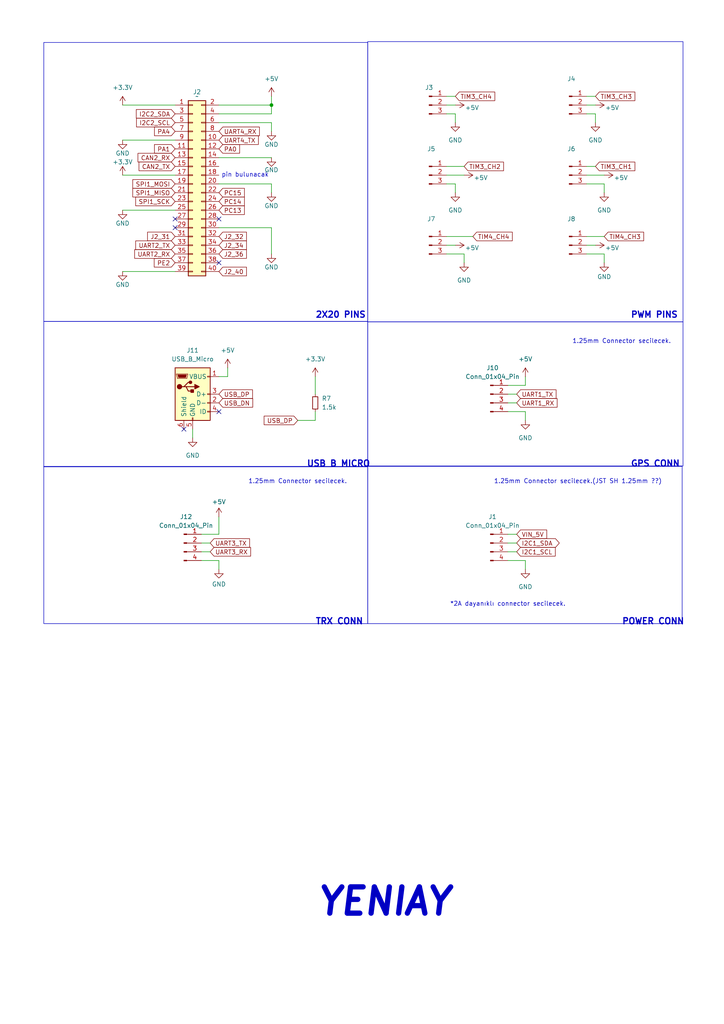
<source format=kicad_sch>
(kicad_sch (version 20231120) (generator "eeschema") (generator_version "8.0")
  (paper "A4" portrait)
  (title_block (title "Pin Output") (date "2024-12-27"))
  (lib_symbols
    (symbol "Connector:Conn_01x03_Pin" (pin_names (offset 1.016) hide)
      (property "Reference" "J" (at 0 5.08 0))
      (property "Value" "Conn_01x03_Pin" (at 0 -5.08 0))
      (symbol "Conn_01x03_Pin_1_1"
        (polyline (pts (xy 1.27 -2.54) (xy 0.8636 -2.54)) (stroke (width 0.1524)))
        (polyline (pts (xy 1.27 0) (xy 0.8636 0)) (stroke (width 0.1524)))
        (polyline (pts (xy 1.27 2.54) (xy 0.8636 2.54)) (stroke (width 0.1524)))
        (rectangle (start 0.8636 -2.413) (end 0 -2.667) (stroke (width 0.1524)) (fill (type outline)))
        (rectangle (start 0.8636 0.127) (end 0 -0.127) (stroke (width 0.1524)) (fill (type outline)))
        (rectangle (start 0.8636 2.667) (end 0 2.413) (stroke (width 0.1524)) (fill (type outline)))
        (pin passive line (at 5.08 2.54 180) (length 3.81) (name "Pin_1") (number "1"))
        (pin passive line (at 5.08 0 180) (length 3.81) (name "Pin_2") (number "2"))
        (pin passive line (at 5.08 -2.54 180) (length 3.81) (name "Pin_3") (number "3"))
      )
    )
    (symbol "Connector:Conn_01x04_Pin" (pin_names (offset 1.016) hide)
      (property "Reference" "J" (at 0 5.08 0))
      (property "Value" "Conn_01x04_Pin" (at 0 -7.62 0))
      (symbol "Conn_01x04_Pin_1_1"
        (polyline (pts (xy 1.27 -5.08) (xy 0.8636 -5.08)) (stroke (width 0.1524)))
        (polyline (pts (xy 1.27 -2.54) (xy 0.8636 -2.54)) (stroke (width 0.1524)))
        (polyline (pts (xy 1.27 0) (xy 0.8636 0)) (stroke (width 0.1524)))
        (polyline (pts (xy 1.27 2.54) (xy 0.8636 2.54)) (stroke (width 0.1524)))
        (rectangle (start 0.8636 -4.953) (end 0 -5.207) (stroke (width 0.1524)) (fill (type outline)))
        (rectangle (start 0.8636 -2.413) (end 0 -2.667) (stroke (width 0.1524)) (fill (type outline)))
        (rectangle (start 0.8636 0.127) (end 0 -0.127) (stroke (width 0.1524)) (fill (type outline)))
        (rectangle (start 0.8636 2.667) (end 0 2.413) (stroke (width 0.1524)) (fill (type outline)))
        (pin passive line (at 5.08 2.54 180) (length 3.81) (name "Pin_1") (number "1"))
        (pin passive line (at 5.08 0 180) (length 3.81) (name "Pin_2") (number "2"))
        (pin passive line (at 5.08 -2.54 180) (length 3.81) (name "Pin_3") (number "3"))
        (pin passive line (at 5.08 -5.08 180) (length 3.81) (name "Pin_4") (number "4"))
      )
    )
    (symbol "Connector:USB_B_Micro" (pin_names (offset 1.016))
      (property "Reference" "J" (at -5.08 11.43 0))
      (property "Value" "USB_B_Micro" (at -5.08 8.89 0))
      (symbol "USB_B_Micro_0_1"
        (rectangle (start -5.08 -7.62) (end 5.08 7.62) (stroke (width 0.254)) (fill (type background)))
        (circle (center -3.81 2.159) (radius 0.635) (stroke (width 0.254)) (fill (type outline)))
        (circle (center -0.635 3.429) (radius 0.381) (stroke (width 0.254)) (fill (type outline)))
        (rectangle (start -0.127 -7.62) (end 0.127 -6.858))
        (polyline (pts (xy -1.905 2.159) (xy 0.635 2.159)) (stroke (width 0.254)))
        (polyline (pts (xy -3.175 2.159) (xy -2.54 2.159) (xy -1.27 3.429) (xy -0.635 3.429)) (stroke (width 0.254)))
        (polyline (pts (xy -2.54 2.159) (xy -1.905 2.159) (xy -1.27 0.889) (xy 0 0.889)) (stroke (width 0.254)))
        (polyline (pts (xy 0.635 2.794) (xy 0.635 1.524) (xy 1.905 2.159) (xy 0.635 2.794)) (stroke (width 0.254)) (fill (type outline)))
        (polyline (pts (xy -4.318 5.588) (xy -1.778 5.588) (xy -2.032 4.826) (xy -4.064 4.826) (xy -4.318 5.588)) (fill (type outline)))
        (polyline (pts (xy -4.699 5.842) (xy -4.699 5.588) (xy -4.445 4.826) (xy -4.445 4.572) (xy -1.651 4.572) (xy -1.651 4.826) (xy -1.397 5.588) (xy -1.397 5.842) (xy -4.699 5.842)))
        (rectangle (start 0.254 1.27) (end -0.508 0.508) (stroke (width 0.254)) (fill (type outline)))
        (rectangle (start 5.08 -5.207) (end 4.318 -4.953))
        (rectangle (start 5.08 -2.667) (end 4.318 -2.413))
        (rectangle (start 5.08 -0.127) (end 4.318 0.127))
        (rectangle (start 5.08 4.953) (end 4.318 5.207))
      )
      (symbol "USB_B_Micro_1_1"
        (pin power_out line (at 7.62 5.08 180) (length 2.54) (name "VBUS") (number "1"))
        (pin bidirectional line (at 7.62 -2.54 180) (length 2.54) (name "D-") (number "2"))
        (pin bidirectional line (at 7.62 0 180) (length 2.54) (name "D+") (number "3"))
        (pin passive line (at 7.62 -5.08 180) (length 2.54) (name "ID") (number "4"))
        (pin power_out line (at 0 -10.16 90) (length 2.54) (name "GND") (number "5"))
        (pin passive line (at -2.54 -10.16 90) (length 2.54) (name "Shield") (number "6"))
      )
    )
    (symbol "Connector_Generic:Conn_02x20_Odd_Even" (pin_names (offset 1.016) hide)
      (property "Reference" "J" (at 1.27 25.4 0))
      (property "Value" "Conn_02x20_Odd_Even" (at 1.27 -27.94 0))
      (symbol "Conn_02x20_Odd_Even_1_1"
        (rectangle (start -1.27 -25.273) (end 0 -25.527) (stroke (width 0.1524)))
        (rectangle (start -1.27 -22.733) (end 0 -22.987) (stroke (width 0.1524)))
        (rectangle (start -1.27 -20.193) (end 0 -20.447) (stroke (width 0.1524)))
        (rectangle (start -1.27 -17.653) (end 0 -17.907) (stroke (width 0.1524)))
        (rectangle (start -1.27 -15.113) (end 0 -15.367) (stroke (width 0.1524)))
        (rectangle (start -1.27 -12.573) (end 0 -12.827) (stroke (width 0.1524)))
        (rectangle (start -1.27 -10.033) (end 0 -10.287) (stroke (width 0.1524)))
        (rectangle (start -1.27 -7.493) (end 0 -7.747) (stroke (width 0.1524)))
        (rectangle (start -1.27 -4.953) (end 0 -5.207) (stroke (width 0.1524)))
        (rectangle (start -1.27 -2.413) (end 0 -2.667) (stroke (width 0.1524)))
        (rectangle (start -1.27 0.127) (end 0 -0.127) (stroke (width 0.1524)))
        (rectangle (start -1.27 2.667) (end 0 2.413) (stroke (width 0.1524)))
        (rectangle (start -1.27 5.207) (end 0 4.953) (stroke (width 0.1524)))
        (rectangle (start -1.27 7.747) (end 0 7.493) (stroke (width 0.1524)))
        (rectangle (start -1.27 10.287) (end 0 10.033) (stroke (width 0.1524)))
        (rectangle (start -1.27 12.827) (end 0 12.573) (stroke (width 0.1524)))
        (rectangle (start -1.27 15.367) (end 0 15.113) (stroke (width 0.1524)))
        (rectangle (start -1.27 17.907) (end 0 17.653) (stroke (width 0.1524)))
        (rectangle (start -1.27 20.447) (end 0 20.193) (stroke (width 0.1524)))
        (rectangle (start -1.27 22.987) (end 0 22.733) (stroke (width 0.1524)))
        (rectangle (start -1.27 24.13) (end 3.81 -26.67) (stroke (width 0.254)) (fill (type background)))
        (rectangle (start 3.81 -25.273) (end 2.54 -25.527) (stroke (width 0.1524)))
        (rectangle (start 3.81 -22.733) (end 2.54 -22.987) (stroke (width 0.1524)))
        (rectangle (start 3.81 -20.193) (end 2.54 -20.447) (stroke (width 0.1524)))
        (rectangle (start 3.81 -17.653) (end 2.54 -17.907) (stroke (width 0.1524)))
        (rectangle (start 3.81 -15.113) (end 2.54 -15.367) (stroke (width 0.1524)))
        (rectangle (start 3.81 -12.573) (end 2.54 -12.827) (stroke (width 0.1524)))
        (rectangle (start 3.81 -10.033) (end 2.54 -10.287) (stroke (width 0.1524)))
        (rectangle (start 3.81 -7.493) (end 2.54 -7.747) (stroke (width 0.1524)))
        (rectangle (start 3.81 -4.953) (end 2.54 -5.207) (stroke (width 0.1524)))
        (rectangle (start 3.81 -2.413) (end 2.54 -2.667) (stroke (width 0.1524)))
        (rectangle (start 3.81 0.127) (end 2.54 -0.127) (stroke (width 0.1524)))
        (rectangle (start 3.81 2.667) (end 2.54 2.413) (stroke (width 0.1524)))
        (rectangle (start 3.81 5.207) (end 2.54 4.953) (stroke (width 0.1524)))
        (rectangle (start 3.81 7.747) (end 2.54 7.493) (stroke (width 0.1524)))
        (rectangle (start 3.81 10.287) (end 2.54 10.033) (stroke (width 0.1524)))
        (rectangle (start 3.81 12.827) (end 2.54 12.573) (stroke (width 0.1524)))
        (rectangle (start 3.81 15.367) (end 2.54 15.113) (stroke (width 0.1524)))
        (rectangle (start 3.81 17.907) (end 2.54 17.653) (stroke (width 0.1524)))
        (rectangle (start 3.81 20.447) (end 2.54 20.193) (stroke (width 0.1524)))
        (rectangle (start 3.81 22.987) (end 2.54 22.733) (stroke (width 0.1524)))
        (pin passive line (at -5.08 22.86 0) (length 3.81) (name "Pin_1") (number "1"))
        (pin passive line (at 7.62 12.7 180) (length 3.81) (name "Pin_10") (number "10"))
        (pin passive line (at -5.08 10.16 0) (length 3.81) (name "Pin_11") (number "11"))
        (pin passive line (at 7.62 10.16 180) (length 3.81) (name "Pin_12") (number "12"))
        (pin passive line (at -5.08 7.62 0) (length 3.81) (name "Pin_13") (number "13"))
        (pin passive line (at 7.62 7.62 180) (length 3.81) (name "Pin_14") (number "14"))
        (pin passive line (at -5.08 5.08 0) (length 3.81) (name "Pin_15") (number "15"))
        (pin passive line (at 7.62 5.08 180) (length 3.81) (name "Pin_16") (number "16"))
        (pin passive line (at -5.08 2.54 0) (length 3.81) (name "Pin_17") (number "17"))
        (pin passive line (at 7.62 2.54 180) (length 3.81) (name "Pin_18") (number "18"))
        (pin passive line (at -5.08 0 0) (length 3.81) (name "Pin_19") (number "19"))
        (pin passive line (at 7.62 22.86 180) (length 3.81) (name "Pin_2") (number "2"))
        (pin passive line (at 7.62 0 180) (length 3.81) (name "Pin_20") (number "20"))
        (pin passive line (at -5.08 -2.54 0) (length 3.81) (name "Pin_21") (number "21"))
        (pin passive line (at 7.62 -2.54 180) (length 3.81) (name "Pin_22") (number "22"))
        (pin passive line (at -5.08 -5.08 0) (length 3.81) (name "Pin_23") (number "23"))
        (pin passive line (at 7.62 -5.08 180) (length 3.81) (name "Pin_24") (number "24"))
        (pin passive line (at -5.08 -7.62 0) (length 3.81) (name "Pin_25") (number "25"))
        (pin passive line (at 7.62 -7.62 180) (length 3.81) (name "Pin_26") (number "26"))
        (pin passive line (at -5.08 -10.16 0) (length 3.81) (name "Pin_27") (number "27"))
        (pin passive line (at 7.62 -10.16 180) (length 3.81) (name "Pin_28") (number "28"))
        (pin passive line (at -5.08 -12.7 0) (length 3.81) (name "Pin_29") (number "29"))
        (pin passive line (at -5.08 20.32 0) (length 3.81) (name "Pin_3") (number "3"))
        (pin passive line (at 7.62 -12.7 180) (length 3.81) (name "Pin_30") (number "30"))
        (pin passive line (at -5.08 -15.24 0) (length 3.81) (name "Pin_31") (number "31"))
        (pin passive line (at 7.62 -15.24 180) (length 3.81) (name "Pin_32") (number "32"))
        (pin passive line (at -5.08 -17.78 0) (length 3.81) (name "Pin_33") (number "33"))
        (pin passive line (at 7.62 -17.78 180) (length 3.81) (name "Pin_34") (number "34"))
        (pin passive line (at -5.08 -20.32 0) (length 3.81) (name "Pin_35") (number "35"))
        (pin passive line (at 7.62 -20.32 180) (length 3.81) (name "Pin_36") (number "36"))
        (pin passive line (at -5.08 -22.86 0) (length 3.81) (name "Pin_37") (number "37"))
        (pin passive line (at 7.62 -22.86 180) (length 3.81) (name "Pin_38") (number "38"))
        (pin passive line (at -5.08 -25.4 0) (length 3.81) (name "Pin_39") (number "39"))
        (pin passive line (at 7.62 20.32 180) (length 3.81) (name "Pin_4") (number "4"))
        (pin passive line (at 7.62 -25.4 180) (length 3.81) (name "Pin_40") (number "40"))
        (pin passive line (at -5.08 17.78 0) (length 3.81) (name "Pin_5") (number "5"))
        (pin passive line (at 7.62 17.78 180) (length 3.81) (name "Pin_6") (number "6"))
        (pin passive line (at -5.08 15.24 0) (length 3.81) (name "Pin_7") (number "7"))
        (pin passive line (at 7.62 15.24 180) (length 3.81) (name "Pin_8") (number "8"))
        (pin passive line (at -5.08 12.7 0) (length 3.81) (name "Pin_9") (number "9"))
      )
    )
    (symbol "Device:R_Small" (pin_numbers hide) (pin_names (offset 0.254) hide)
      (property "Reference" "R" (at 0.762 0.508 0))
      (property "Value" "R_Small" (at 0.762 -1.016 0))
      (symbol "R_Small_0_1"
        (rectangle (start -0.762 1.778) (end 0.762 -1.778) (stroke (width 0.2032)))
      )
      (symbol "R_Small_1_1"
        (pin passive line (at 0 2.54 270) (length 0.762) (name "~") (number "1"))
        (pin passive line (at 0 -2.54 90) (length 0.762) (name "~") (number "2"))
      )
    )
    (symbol "power:+3.3V" (power) (pin_numbers hide) (pin_names (offset 0) hide)
      (property "Value" "+3.3V" (at 0 3.556 0))
      (symbol "+3.3V_0_1"
        (polyline (pts (xy -0.762 1.27) (xy 0 2.54)))
        (polyline (pts (xy 0 0) (xy 0 2.54)))
        (polyline (pts (xy 0 2.54) (xy 0.762 1.27)))
      )
      (symbol "+3.3V_1_1"
        (pin power_in line (at 0 0 90) (length 0) (name "~") (number "1"))
      )
    )
    (symbol "power:+5V" (power) (pin_numbers hide) (pin_names (offset 0) hide)
      (property "Value" "+5V" (at 0 3.556 0))
      (symbol "+5V_0_1"
        (polyline (pts (xy -0.762 1.27) (xy 0 2.54)))
        (polyline (pts (xy 0 0) (xy 0 2.54)))
        (polyline (pts (xy 0 2.54) (xy 0.762 1.27)))
      )
      (symbol "+5V_1_1"
        (pin power_in line (at 0 0 90) (length 0) (name "~") (number "1"))
      )
    )
    (symbol "power:GND" (power) (pin_numbers hide) (pin_names (offset 0) hide)
      (property "Value" "GND" (at 0 -3.81 0))
      (symbol "GND_0_1"
        (polyline (pts (xy 0 0) (xy 0 -1.27) (xy 1.27 -1.27) (xy 0 -2.54) (xy -1.27 -1.27) (xy 0 -1.27)))
      )
      (symbol "GND_1_1"
        (pin power_in line (at 0 0 270) (length 0) (name "~") (number "1"))
      )
    )
  )
  (junction (at 78.74 30.48))
  (no_connect (at 50.8 66.04))
  (no_connect (at 50.8 63.5))
  (no_connect (at 63.5 119.38))
  (no_connect (at 63.5 63.5))
  (no_connect (at 53.34 124.46))
  (no_connect (at 63.5 76.2))
  (wire (pts (xy 147.32 154.94) (xy 149.86 154.94)))
  (wire (pts (xy 129.54 27.94) (xy 132.08 27.94)))
  (wire (pts (xy 175.26 55.88) (xy 175.26 53.34)))
  (wire (pts (xy 58.42 162.56) (xy 63.5 162.56)))
  (wire (pts (xy 170.18 68.58) (xy 175.26 68.58)))
  (wire (pts (xy 147.32 116.84) (xy 149.86 116.84)))
  (wire (pts (xy 35.56 78.74) (xy 50.8 78.74)))
  (wire (pts (xy 147.32 160.02) (xy 149.86 160.02)))
  (wire (pts (xy 78.74 38.1) (xy 78.74 35.56)))
  (wire (pts (xy 175.26 73.66) (xy 175.26 76.2)))
  (wire (pts (xy 152.4 162.56) (xy 147.32 162.56)))
  (wire (pts (xy 58.42 154.94) (xy 63.5 154.94)))
  (wire (pts (xy 152.4 109.22) (xy 152.4 111.76)))
  (wire (pts (xy 134.62 73.66) (xy 134.62 76.2)))
  (wire (pts (xy 132.08 53.34) (xy 132.08 55.88)))
  (wire (pts (xy 50.8 40.64) (xy 35.56 40.64)))
  (wire (pts (xy 78.74 30.48) (xy 78.74 27.94)))
  (wire (pts (xy 50.8 30.48) (xy 35.56 30.48)))
  (wire (pts (xy 91.44 121.92) (xy 86.36 121.92)))
  (wire (pts (xy 60.96 157.48) (xy 58.42 157.48)))
  (wire (pts (xy 170.18 71.12) (xy 172.72 71.12)))
  (wire (pts (xy 66.04 109.22) (xy 66.04 106.68)))
  (wire (pts (xy 91.44 119.38) (xy 91.44 121.92)))
  (wire (pts (xy 170.18 30.48) (xy 172.72 30.48)))
  (wire (pts (xy 172.72 33.02) (xy 172.72 35.56)))
  (wire (pts (xy 170.18 73.66) (xy 175.26 73.66)))
  (wire (pts (xy 63.5 30.48) (xy 78.74 30.48)))
  (wire (pts (xy 63.5 45.72) (xy 78.74 45.72)))
  (wire (pts (xy 129.54 50.8) (xy 134.62 50.8)))
  (wire (pts (xy 170.18 27.94) (xy 172.72 27.94)))
  (wire (pts (xy 170.18 33.02) (xy 172.72 33.02)))
  (wire (pts (xy 129.54 68.58) (xy 137.16 68.58)))
  (wire (pts (xy 152.4 165.1) (xy 152.4 162.56)))
  (wire (pts (xy 129.54 48.26) (xy 134.62 48.26)))
  (wire (pts (xy 152.4 119.38) (xy 152.4 121.92)))
  (wire (pts (xy 129.54 53.34) (xy 132.08 53.34)))
  (wire (pts (xy 60.96 160.02) (xy 58.42 160.02)))
  (wire (pts (xy 63.5 154.94) (xy 63.5 149.86)))
  (wire (pts (xy 78.74 66.04) (xy 78.74 73.66)))
  (wire (pts (xy 63.5 53.34) (xy 78.74 53.34)))
  (wire (pts (xy 63.5 35.56) (xy 78.74 35.56)))
  (wire (pts (xy 147.32 157.48) (xy 149.86 157.48)))
  (wire (pts (xy 63.5 109.22) (xy 66.04 109.22)))
  (wire (pts (xy 175.26 53.34) (xy 170.18 53.34)))
  (wire (pts (xy 149.86 114.3) (xy 147.32 114.3)))
  (wire (pts (xy 63.5 33.02) (xy 78.74 33.02)))
  (wire (pts (xy 129.54 71.12) (xy 132.08 71.12)))
  (wire (pts (xy 50.8 60.96) (xy 35.56 60.96)))
  (wire (pts (xy 132.08 33.02) (xy 132.08 35.56)))
  (wire (pts (xy 129.54 73.66) (xy 134.62 73.66)))
  (wire (pts (xy 78.74 53.34) (xy 78.74 55.88)))
  (wire (pts (xy 170.18 48.26) (xy 172.72 48.26)))
  (wire (pts (xy 78.74 33.02) (xy 78.74 30.48)))
  (wire (pts (xy 63.5 162.56) (xy 63.5 165.1)))
  (wire (pts (xy 129.54 33.02) (xy 132.08 33.02)))
  (wire (pts (xy 63.5 66.04) (xy 78.74 66.04)))
  (wire (pts (xy 147.32 119.38) (xy 152.4 119.38)))
  (wire (pts (xy 55.88 124.46) (xy 55.88 127)))
  (wire (pts (xy 170.18 50.8) (xy 175.26 50.8)))
  (wire (pts (xy 147.32 111.76) (xy 152.4 111.76)))
  (wire (pts (xy 91.44 109.22) (xy 91.44 114.3)))
  (wire (pts (xy 50.8 50.8) (xy 35.56 50.8)))
  (wire (pts (xy 129.54 30.48) (xy 132.08 30.48)))
  (rectangle (start 106.68 135.255) (end 197.866 180.848))
  (rectangle (start 12.7 135.255) (end 106.68 180.848))
  (rectangle (start 106.68 12.065) (end 198.12 93.345))
  (rectangle (start 12.7 93.218) (end 106.68 135.382))
  (rectangle (start 106.68 93.345) (end 198.12 135.128))
  (rectangle (start 12.7 12.319) (end 106.68 93.218))
  (text "YENIAY" (at 91.44 261.62 0) (effects (font (size 7.62 7.62) (thickness 1.524) (bold yes) (italic yes)) (justify left)))
  (text "POWER CONN" (at 180.34 180.34 0) (effects (font (size 1.778 1.778) (thickness 0.3556) (bold yes)) (justify left)))
  (text "pin bulunacak\n" (at 71.12 50.8 0) (effects (font (size 1.27 1.27))))
  (text "PWM PINS" (at 182.88 91.44 0) (effects (font (size 1.778 1.778) (thickness 0.3556) (bold yes)) (justify left)))
  (text "GPS CONN" (at 182.88 134.62 0) (effects (font (size 1.778 1.778) (thickness 0.3556) (bold yes)) (justify left)))
  (text "1.25mm Connector secilecek." (at 180.34 99.06 0) (effects (font (size 1.27 1.27))))
  (text "*2A dayanıklı connector secilecek." (at 147.32 175.26 0) (effects (font (size 1.27 1.27))))
  (text "TRX CONN" (at 91.44 180.34 0) (effects (font (size 1.778 1.778) (thickness 0.3556) (bold yes)) (justify left)))
  (text "2X20 PINS" (at 91.44 91.44 0) (effects (font (size 1.778 1.778) (thickness 0.3556) (bold yes)) (justify left)))
  (text "1.25mm Connector secilecek." (at 86.36 139.7 0) (effects (font (size 1.27 1.27))))
  (text "1.25mm Connector secilecek.(JST SH 1.25mm ??)" (at 167.64 139.7 0) (effects (font (size 1.27 1.27))))
  (text "USB B MICRO" (at 88.9 134.62 0) (effects (font (size 1.778 1.778) (thickness 0.3556) (bold yes)) (justify left)))
  (global_label "UART1_RX" (shape input) (at 149.86 116.84 0) (property "Intersheetrefs" "${INTERSHEET_REFS}" (effects (hide yes))))
  (global_label "PA4" (shape input) (at 50.8 38.1 180) (property "Intersheetrefs" "${INTERSHEET_REFS}" (effects (hide yes))))
  (global_label "UART4_TX" (shape input) (at 63.5 40.64 0) (property "Intersheetrefs" "${INTERSHEET_REFS}" (effects (hide yes))))
  (global_label "CAN2_RX" (shape input) (at 50.8 45.72 180) (property "Intersheetrefs" "${INTERSHEET_REFS}" (effects (hide yes))))
  (global_label "UART2_RX" (shape input) (at 50.8 73.66 180) (property "Intersheetrefs" "${INTERSHEET_REFS}" (effects (hide yes))))
  (global_label "TIM3_CH2" (shape input) (at 134.62 48.26 0) (property "Intersheetrefs" "${INTERSHEET_REFS}" (effects (hide yes))))
  (global_label "I2C1_SDA" (shape bidirectional) (at 149.86 157.48 0) (property "Intersheetrefs" "${INTERSHEET_REFS}" (effects (hide yes))))
  (global_label "VIN_5V" (shape input) (at 149.86 154.94 0) (property "Intersheetrefs" "${INTERSHEET_REFS}" (effects (hide yes))))
  (global_label "J2_36" (shape input) (at 63.5 73.66 0) (property "Intersheetrefs" "${INTERSHEET_REFS}" (effects (hide yes))))
  (global_label "J2_31" (shape input) (at 50.8 68.58 180) (property "Intersheetrefs" "${INTERSHEET_REFS}" (effects (hide yes))))
  (global_label "I2C1_SCL" (shape input) (at 149.86 160.02 0) (property "Intersheetrefs" "${INTERSHEET_REFS}" (effects (hide yes))))
  (global_label "PA1" (shape input) (at 50.8 43.18 180) (property "Intersheetrefs" "${INTERSHEET_REFS}" (effects (hide yes))))
  (global_label "SPI1_MISO" (shape input) (at 50.8 55.88 180) (property "Intersheetrefs" "${INTERSHEET_REFS}" (effects (hide yes))))
  (global_label "PA0" (shape input) (at 63.5 43.18 0) (property "Intersheetrefs" "${INTERSHEET_REFS}" (effects (hide yes))))
  (global_label "UART1_TX" (shape input) (at 149.86 114.3 0) (property "Intersheetrefs" "${INTERSHEET_REFS}" (effects (hide yes))))
  (global_label "PC15" (shape input) (at 63.5 55.88 0) (property "Intersheetrefs" "${INTERSHEET_REFS}" (effects (hide yes))))
  (global_label "PC13" (shape input) (at 63.5 60.96 0) (property "Intersheetrefs" "${INTERSHEET_REFS}" (effects (hide yes))))
  (global_label "USB_DP" (shape input) (at 86.36 121.92 180) (property "Intersheetrefs" "${INTERSHEET_REFS}" (effects (hide yes))))
  (global_label "SPI1_SCK" (shape input) (at 50.8 58.42 180) (property "Intersheetrefs" "${INTERSHEET_REFS}" (effects (hide yes))))
  (global_label "UART4_RX" (shape input) (at 63.5 38.1 0) (property "Intersheetrefs" "${INTERSHEET_REFS}" (effects (hide yes))))
  (global_label "J2_40" (shape input) (at 63.5 78.74 0) (property "Intersheetrefs" "${INTERSHEET_REFS}" (effects (hide yes))))
  (global_label "J2_34" (shape input) (at 63.5 71.12 0) (property "Intersheetrefs" "${INTERSHEET_REFS}" (effects (hide yes))))
  (global_label "SPI1_MOSI" (shape input) (at 50.8 53.34 180) (property "Intersheetrefs" "${INTERSHEET_REFS}" (effects (hide yes))))
  (global_label "TIM3_CH1" (shape input) (at 172.72 48.26 0) (property "Intersheetrefs" "${INTERSHEET_REFS}" (effects (hide yes))))
  (global_label "TIM3_CH4" (shape input) (at 132.08 27.94 0) (property "Intersheetrefs" "${INTERSHEET_REFS}" (effects (hide yes))))
  (global_label "UART3_TX" (shape input) (at 60.96 157.48 0) (property "Intersheetrefs" "${INTERSHEET_REFS}" (effects (hide yes))))
  (global_label "I2C2_SDA" (shape input) (at 50.8 33.02 180) (property "Intersheetrefs" "${INTERSHEET_REFS}" (effects (hide yes))))
  (global_label "PE2" (shape input) (at 50.8 76.2 180) (property "Intersheetrefs" "${INTERSHEET_REFS}" (effects (hide yes))))
  (global_label "PC14" (shape input) (at 63.5 58.42 0) (property "Intersheetrefs" "${INTERSHEET_REFS}" (effects (hide yes))))
  (global_label "CAN2_TX" (shape input) (at 50.8 48.26 180) (property "Intersheetrefs" "${INTERSHEET_REFS}" (effects (hide yes))))
  (global_label "I2C2_SCL" (shape input) (at 50.8 35.56 180) (property "Intersheetrefs" "${INTERSHEET_REFS}" (effects (hide yes))))
  (global_label "TIM4_CH4" (shape input) (at 137.16 68.58 0) (property "Intersheetrefs" "${INTERSHEET_REFS}" (effects (hide yes))))
  (global_label "USB_DN" (shape input) (at 63.5 116.84 0) (property "Intersheetrefs" "${INTERSHEET_REFS}" (effects (hide yes))))
  (global_label "UART3_RX" (shape input) (at 60.96 160.02 0) (property "Intersheetrefs" "${INTERSHEET_REFS}" (effects (hide yes))))
  (global_label "TIM4_CH3" (shape input) (at 175.26 68.58 0) (property "Intersheetrefs" "${INTERSHEET_REFS}" (effects (hide yes))))
  (global_label "TIM3_CH3" (shape input) (at 172.72 27.94 0) (property "Intersheetrefs" "${INTERSHEET_REFS}" (effects (hide yes))))
  (global_label "UART2_TX" (shape input) (at 50.8 71.12 180) (property "Intersheetrefs" "${INTERSHEET_REFS}" (effects (hide yes))))
  (global_label "J2_32" (shape input) (at 63.5 68.58 0) (property "Intersheetrefs" "${INTERSHEET_REFS}" (effects (hide yes))))
  (global_label "USB_DP" (shape input) (at 63.5 114.3 0) (property "Intersheetrefs" "${INTERSHEET_REFS}" (effects (hide yes))))
  (symbol (lib_id "power:GND") (at 78.74 38.1 0) (unit 1)
    (property "Reference" "#PWR045" (effects (hide yes)))
    (property "Value" "GND" (at 78.74 41.91 0))
    (property "Description" "Power symbol creates a global label with name \"GND\" , ground" (effects (hide yes)))
  )
  (symbol (lib_id "power:+5V") (at 172.72 71.12 270) (unit 1)
    (property "Reference" "#PWR053" (effects (hide yes)))
    (property "Value" "+5V" (at 175.514 71.882 90) (effects (justify left)))
    (property "Description" "Power symbol creates a global label with name \"+5V\"" (effects (hide yes)))
  )
  (symbol (lib_id "power:+5V") (at 63.5 149.86 0) (unit 1)
    (property "Reference" "#PWR073" (effects (hide yes)))
    (property "Value" "+5V" (at 63.5 145.542 0))
    (property "Description" "Power symbol creates a global label with name \"+5V\"" (effects (hide yes)))
  )
  (symbol (lib_id "Device:R_Small") (at 91.44 116.84 180) (unit 1)
    (property "Reference" "R7" (at 93.345 115.5699 0) (effects (justify right)))
    (property "Value" "1.5k" (at 93.345 118.1099 0) (effects (justify right)))
    (property "Footprint" "Resistor_SMD:R_0402_1005Metric" (effects (hide yes)))
    (property "Description" "Resistor, small symbol" (effects (hide yes)))
  )
  (symbol (lib_id "power:GND") (at 172.72 35.56 0) (unit 1)
    (property "Reference" "#PWR064" (effects (hide yes)))
    (property "Value" "GND" (at 172.72 40.64 0))
    (property "Description" "Power symbol creates a global label with name \"GND\" , ground" (effects (hide yes)))
  )
  (symbol (lib_id "Connector:Conn_01x03_Pin") (at 124.46 71.12 0) (unit 1)
    (property "Reference" "J7" (at 125.095 63.5 0))
    (property "Value" "Conn_01x03_Pin" (effects (hide yes)))
    (property "Footprint" "MountingHole:1x03_2.54vertical" (effects (hide yes)))
    (property "Description" "Generic connector, single row, 01x03, script generated" (effects (hide yes)))
  )
  (symbol (lib_id "power:+3.3V") (at 35.56 50.8 0) (unit 1)
    (property "Reference" "#PWR042" (effects (hide yes)))
    (property "Value" "+3.3V" (at 35.56 46.99 0))
    (property "Description" "Power symbol creates a global label with name \"+3.3V\"" (effects (hide yes)))
  )
  (symbol (lib_id "power:GND") (at 175.26 55.88 0) (unit 1)
    (property "Reference" "#PWR062" (effects (hide yes)))
    (property "Value" "GND" (at 175.26 60.96 0))
    (property "Description" "Power symbol creates a global label with name \"GND\" , ground" (effects (hide yes)))
  )
  (symbol (lib_id "power:GND") (at 134.62 76.2 0) (unit 1)
    (property "Reference" "#PWR059" (effects (hide yes)))
    (property "Value" "GND" (at 134.62 81.28 0))
    (property "Description" "Power symbol creates a global label with name \"GND\" , ground" (effects (hide yes)))
  )
  (symbol (lib_id "Connector_Generic:Conn_02x20_Odd_Even") (at 55.88 53.34 0) (unit 1)
    (property "Reference" "J2" (at 57.15 26.67 0))
    (property "Value" "~" (at 57.15 27.94 0))
    (property "Footprint" "Connector_IDC:IDC-Header_2x20_P2.54mm_Vertical" (effects (hide yes)))
    (property "Description" "Generic connector, double row, 02x20, odd/even pin numbering scheme (row 1 odd numbers, row 2 even numbers), script generated (kicad-library-utils/schlib/autogen/connector/)" (effects (hide yes)))
  )
  (symbol (lib_id "power:GND") (at 78.74 73.66 0) (unit 1)
    (property "Reference" "#PWR048" (effects (hide yes)))
    (property "Value" "GND" (at 78.74 77.47 0))
    (property "Description" "Power symbol creates a global label with name \"GND\" , ground" (effects (hide yes)))
  )
  (symbol (lib_id "Connector:Conn_01x03_Pin") (at 165.1 30.48 0) (unit 1)
    (property "Reference" "J4" (at 165.735 22.86 0))
    (property "Value" "Conn_01x03_Pin" (effects (hide yes)))
    (property "Footprint" "MountingHole:1x03_2.54vertical" (effects (hide yes)))
    (property "Description" "Generic connector, single row, 01x03, script generated" (effects (hide yes)))
  )
  (symbol (lib_id "power:GND") (at 175.26 76.2 0) (unit 1)
    (property "Reference" "#PWR060" (effects (hide yes)))
    (property "Value" "GND" (at 175.26 80.264 0))
    (property "Description" "Power symbol creates a global label with name \"GND\" , ground" (effects (hide yes)))
  )
  (symbol (lib_id "Connector:Conn_01x03_Pin") (at 124.46 50.8 0) (unit 1)
    (property "Reference" "J5" (at 125.095 43.18 0))
    (property "Value" "Conn_01x03_Pin" (effects (hide yes)))
    (property "Footprint" "MountingHole:1x03_2.54vertical" (effects (hide yes)))
    (property "Description" "Generic connector, single row, 01x03, script generated" (effects (hide yes)))
  )
  (symbol (lib_id "power:GND") (at 63.5 165.1 0) (unit 1)
    (property "Reference" "#PWR086" (effects (hide yes)))
    (property "Value" "GND" (at 63.5 169.418 0))
    (property "Description" "Power symbol creates a global label with name \"GND\" , ground" (effects (hide yes)))
  )
  (symbol (lib_id "power:GND") (at 152.4 165.1 0) (unit 1)
    (property "Reference" "#PWR026" (effects (hide yes)))
    (property "Value" "GND" (at 152.4 170.18 0))
    (property "Description" "Power symbol creates a global label with name \"GND\" , ground" (effects (hide yes)))
  )
  (symbol (lib_id "power:+5V") (at 175.26 50.8 270) (unit 1)
    (property "Reference" "#PWR056" (effects (hide yes)))
    (property "Value" "+5V" (at 178.054 51.562 90) (effects (justify left)))
    (property "Description" "Power symbol creates a global label with name \"+5V\"" (effects (hide yes)))
  )
  (symbol (lib_id "power:+5V") (at 78.74 27.94 0) (unit 1)
    (property "Reference" "#PWR044" (effects (hide yes)))
    (property "Value" "+5V" (at 78.74 22.86 0))
    (property "Description" "Power symbol creates a global label with name \"+5V\"" (effects (hide yes)))
  )
  (symbol (lib_id "power:GND") (at 35.56 40.64 0) (unit 1)
    (property "Reference" "#PWR050" (effects (hide yes)))
    (property "Value" "GND" (at 35.56 44.45 0))
    (property "Description" "Power symbol creates a global label with name \"GND\" , ground" (effects (hide yes)))
  )
  (symbol (lib_id "Connector:USB_B_Micro") (at 55.88 114.3 0) (unit 1)
    (property "Reference" "J11" (at 55.88 101.6 0))
    (property "Value" "USB_B_Micro" (at 55.88 104.14 0))
    (property "Footprint" "Connector_USB:USB_Micro-B_Wuerth_629105150521" (effects (hide yes)))
    (property "Description" "USB Micro Type B connector" (effects (hide yes)))
  )
  (symbol (lib_id "power:+5V") (at 132.08 71.12 270) (unit 1)
    (property "Reference" "#PWR054" (effects (hide yes)))
    (property "Value" "+5V" (at 134.874 71.882 90) (effects (justify left)))
    (property "Description" "Power symbol creates a global label with name \"+5V\"" (effects (hide yes)))
  )
  (symbol (lib_id "power:GND") (at 35.56 78.74 0) (unit 1)
    (property "Reference" "#PWR043" (effects (hide yes)))
    (property "Value" "GND" (at 35.56 82.55 0))
    (property "Description" "Power symbol creates a global label with name \"GND\" , ground" (effects (hide yes)))
  )
  (symbol (lib_id "power:+5V") (at 134.62 50.8 270) (unit 1)
    (property "Reference" "#PWR055" (effects (hide yes)))
    (property "Value" "+5V" (at 137.414 51.562 90) (effects (justify left)))
    (property "Description" "Power symbol creates a global label with name \"+5V\"" (effects (hide yes)))
  )
  (symbol (lib_id "power:+3.3V") (at 91.44 109.22 0) (unit 1)
    (property "Reference" "#PWR0106" (effects (hide yes)))
    (property "Value" "+3.3V" (at 91.44 104.14 0))
    (property "Description" "Power symbol creates a global label with name \"+3.3V\"" (effects (hide yes)))
  )
  (symbol (lib_id "Connector:Conn_01x03_Pin") (at 165.1 71.12 0) (unit 1)
    (property "Reference" "J8" (at 165.735 63.5 0))
    (property "Value" "Conn_01x03_Pin" (effects (hide yes)))
    (property "Footprint" "MountingHole:1x03_2.54vertical" (effects (hide yes)))
    (property "Description" "Generic connector, single row, 01x03, script generated" (effects (hide yes)))
  )
  (symbol (lib_id "power:GND") (at 55.88 127 0) (unit 1)
    (property "Reference" "#PWR065" (effects (hide yes)))
    (property "Value" "GND" (at 55.88 132.08 0))
    (property "Description" "Power symbol creates a global label with name \"GND\" , ground" (effects (hide yes)))
  )
  (symbol (lib_id "power:GND") (at 132.08 55.88 0) (unit 1)
    (property "Reference" "#PWR061" (effects (hide yes)))
    (property "Value" "GND" (at 132.08 60.96 0))
    (property "Description" "Power symbol creates a global label with name \"GND\" , ground" (effects (hide yes)))
  )
  (symbol (lib_id "power:GND") (at 78.74 55.88 0) (unit 1)
    (property "Reference" "#PWR047" (effects (hide yes)))
    (property "Value" "GND" (at 78.74 59.69 0))
    (property "Description" "Power symbol creates a global label with name \"GND\" , ground" (effects (hide yes)))
  )
  (symbol (lib_id "Connector:Conn_01x03_Pin") (at 124.46 30.48 0) (unit 1)
    (property "Reference" "J3" (at 124.46 25.4 0))
    (property "Value" "Conn_01x03_Pin" (effects (hide yes)))
    (property "Footprint" "MountingHole:1x03_2.54vertical" (effects (hide yes)))
    (property "Description" "Generic connector, single row, 01x03, script generated" (effects (hide yes)))
  )
  (symbol (lib_id "power:GND") (at 152.4 121.92 0) (unit 1)
    (property "Reference" "#PWR068" (effects (hide yes)))
    (property "Value" "GND" (at 152.4 127 0))
    (property "Description" "Power symbol creates a global label with name \"GND\" , ground" (effects (hide yes)))
  )
  (symbol (lib_id "Connector:Conn_01x04_Pin") (at 142.24 157.48 0) (unit 1)
    (property "Reference" "J1" (at 142.875 149.86 0))
    (property "Value" "Conn_01x04_Pin" (at 142.875 152.4 0))
    (property "Footprint" "Connector_Hirose:Hirose_DF13-04P-1.25DSA_1x04_P1.25mm_Vertical" (effects (hide yes)))
    (property "Description" "Generic connector, single row, 01x04, script generated" (effects (hide yes)))
  )
  (symbol (lib_id "power:+5V") (at 152.4 109.22 0) (unit 1)
    (property "Reference" "#PWR067" (effects (hide yes)))
    (property "Value" "+5V" (at 152.4 104.14 0))
    (property "Description" "Power symbol creates a global label with name \"+5V\"" (effects (hide yes)))
  )
  (symbol (lib_id "power:+5V") (at 172.72 30.48 270) (unit 1)
    (property "Reference" "#PWR057" (effects (hide yes)))
    (property "Value" "+5V" (at 175.514 31.242 90) (effects (justify left)))
    (property "Description" "Power symbol creates a global label with name \"+5V\"" (effects (hide yes)))
  )
  (symbol (lib_id "power:+3.3V") (at 35.56 30.48 0) (unit 1)
    (property "Reference" "#PWR041" (effects (hide yes)))
    (property "Value" "+3.3V" (at 35.56 25.4 0))
    (property "Description" "Power symbol creates a global label with name \"+3.3V\"" (effects (hide yes)))
  )
  (symbol (lib_id "power:GND") (at 35.56 60.96 0) (unit 1)
    (property "Reference" "#PWR049" (effects (hide yes)))
    (property "Value" "GND" (at 35.56 64.77 0))
    (property "Description" "Power symbol creates a global label with name \"GND\" , ground" (effects (hide yes)))
  )
  (symbol (lib_id "power:+5V") (at 132.08 30.48 270) (unit 1)
    (property "Reference" "#PWR058" (effects (hide yes)))
    (property "Value" "+5V" (at 134.874 31.242 90) (effects (justify left)))
    (property "Description" "Power symbol creates a global label with name \"+5V\"" (effects (hide yes)))
  )
  (symbol (lib_id "Connector:Conn_01x03_Pin") (at 165.1 50.8 0) (unit 1)
    (property "Reference" "J6" (at 165.735 43.18 0))
    (property "Value" "Conn_01x03_Pin" (effects (hide yes)))
    (property "Footprint" "MountingHole:1x03_2.54vertical" (effects (hide yes)))
    (property "Description" "Generic connector, single row, 01x03, script generated" (effects (hide yes)))
  )
  (symbol (lib_id "Connector:Conn_01x04_Pin") (at 53.34 157.48 0) (unit 1)
    (property "Reference" "J12" (at 53.975 149.86 0))
    (property "Value" "Conn_01x04_Pin" (at 53.975 152.4 0))
    (property "Footprint" "Connector_Hirose:Hirose_DF13-04P-1.25DSA_1x04_P1.25mm_Vertical" (effects (hide yes)))
    (property "Description" "Generic connector, single row, 01x04, script generated" (effects (hide yes)))
  )
  (symbol (lib_id "Connector:Conn_01x04_Pin") (at 142.24 114.3 0) (unit 1)
    (property "Reference" "J10" (at 142.875 106.68 0))
    (property "Value" "Conn_01x04_Pin" (at 142.875 109.22 0))
    (property "Footprint" "Connector_Hirose:Hirose_DF13-04P-1.25DSA_1x04_P1.25mm_Vertical" (effects (hide yes)))
    (property "Description" "Generic connector, single row, 01x04, script generated" (effects (hide yes)))
  )
  (symbol (lib_id "power:+5V") (at 66.04 106.68 0) (unit 1)
    (property "Reference" "#PWR066" (effects (hide yes)))
    (property "Value" "+5V" (at 66.04 101.6 0))
    (property "Description" "Power symbol creates a global label with name \"+5V\"" (effects (hide yes)))
  )
  (symbol (lib_id "power:GND") (at 78.74 45.72 0) (unit 1)
    (property "Reference" "#PWR046" (effects (hide yes)))
    (property "Value" "GND" (at 78.74 49.276 0))
    (property "Description" "Power symbol creates a global label with name \"GND\" , ground" (effects (hide yes)))
  )
  (symbol (lib_id "power:GND") (at 132.08 35.56 0) (unit 1)
    (property "Reference" "#PWR063" (effects (hide yes)))
    (property "Value" "GND" (at 132.08 40.64 0))
    (property "Description" "Power symbol creates a global label with name \"GND\" , ground" (effects (hide yes)))
  )
)
</source>
